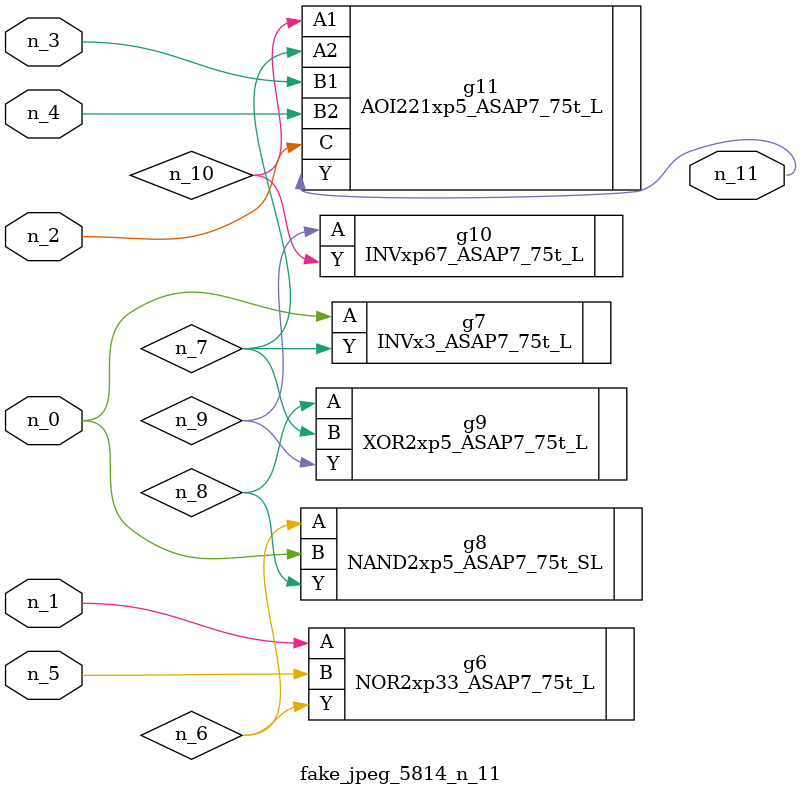
<source format=v>
module fake_jpeg_5814_n_11 (n_3, n_2, n_1, n_0, n_4, n_5, n_11);

input n_3;
input n_2;
input n_1;
input n_0;
input n_4;
input n_5;

output n_11;

wire n_10;
wire n_8;
wire n_9;
wire n_6;
wire n_7;

NOR2xp33_ASAP7_75t_L g6 ( 
.A(n_1),
.B(n_5),
.Y(n_6)
);

INVx3_ASAP7_75t_L g7 ( 
.A(n_0),
.Y(n_7)
);

NAND2xp5_ASAP7_75t_SL g8 ( 
.A(n_6),
.B(n_0),
.Y(n_8)
);

XOR2xp5_ASAP7_75t_L g9 ( 
.A(n_8),
.B(n_7),
.Y(n_9)
);

INVxp67_ASAP7_75t_L g10 ( 
.A(n_9),
.Y(n_10)
);

AOI221xp5_ASAP7_75t_L g11 ( 
.A1(n_10),
.A2(n_7),
.B1(n_3),
.B2(n_4),
.C(n_2),
.Y(n_11)
);


endmodule
</source>
